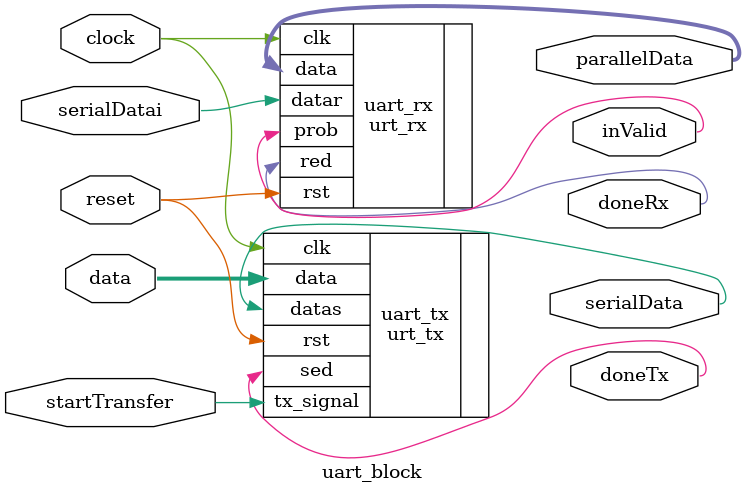
<source format=v>
`timescale 1ns/1ps
module uart_block#(parameter bitsPerClk=5208)(
	input clock,
	input [0:7] data,
	input startTransfer,
	input serialDatai,
	input reset,
	output reg [0:7] parallelData,
	output reg serialData,
	output reg doneRx,
	output reg doneTx,
	output reg inValid
);

        urt_tx	#(bitsPerClk)uart_tx(
        	.clk(clock),
        	.rst(reset),
        	.tx_signal(startTransfer),
        	.data(data),
        	.sed(doneTx),
        	.datas(serialData)
        );
        
        urt_rx #(bitsPerClk)uart_rx(
        	.clk(clock),
        	.rst(reset),
        	.datar(serialDatai),
        	.data(parallelData),
        	.prob(inValid),
        	.red(doneRx)
        );
        

endmodule

</source>
